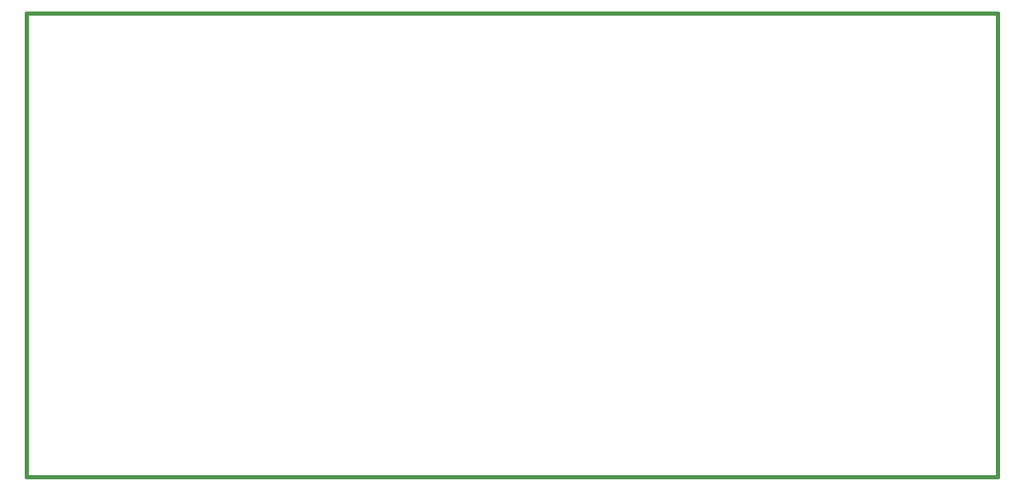
<source format=gbo>
G04 (created by PCBNEW-RS274X (2011-12-21 BZR 3253)-stable) date 11/03/2013 16:22:30*
G01*
G70*
G90*
%MOIN*%
G04 Gerber Fmt 3.4, Leading zero omitted, Abs format*
%FSLAX34Y34*%
G04 APERTURE LIST*
%ADD10C,0.006000*%
%ADD11C,0.015000*%
G04 APERTURE END LIST*
G54D10*
G54D11*
X10500Y-08250D02*
X10750Y-08250D01*
X10500Y-27000D02*
X10500Y-08250D01*
X49750Y-27000D02*
X10500Y-27000D01*
X49750Y-08250D02*
X49750Y-27000D01*
X10500Y-08250D02*
X49750Y-08250D01*
M02*

</source>
